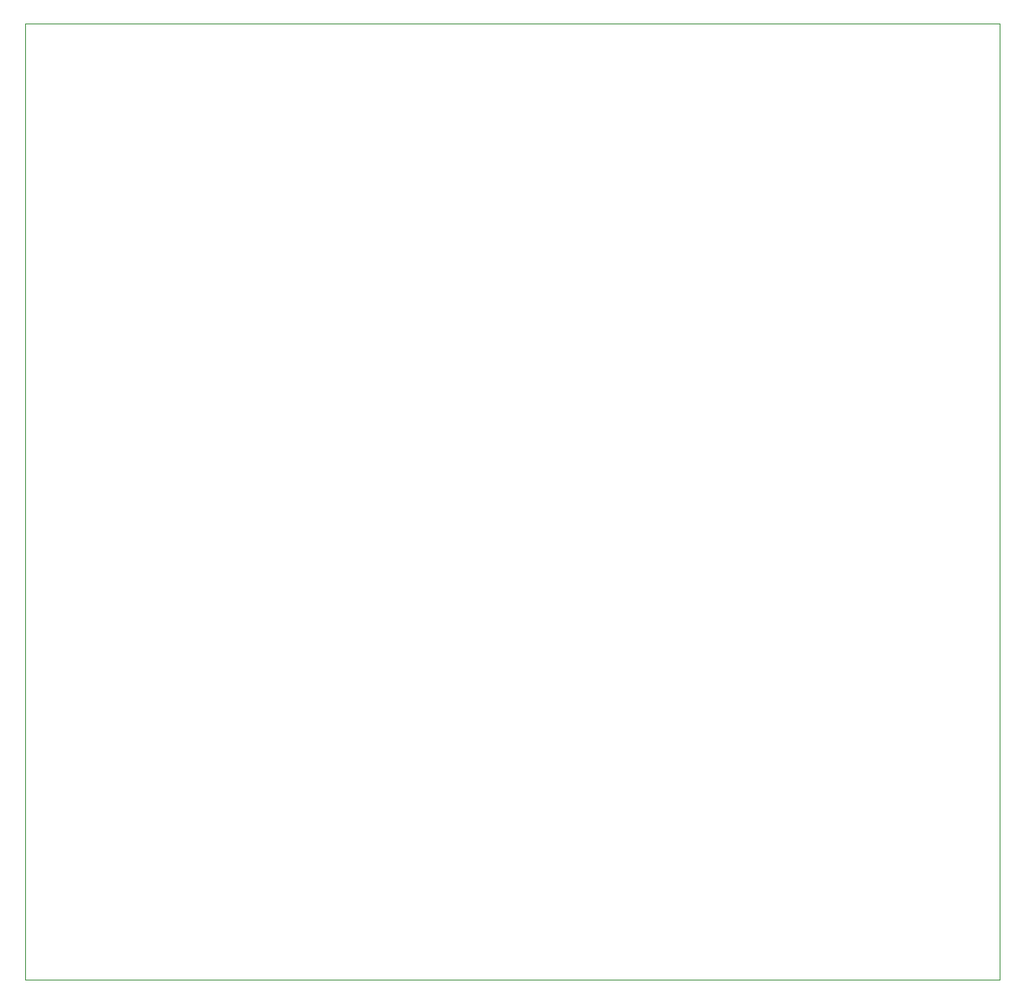
<source format=gbr>
%TF.GenerationSoftware,KiCad,Pcbnew,8.0.5*%
%TF.CreationDate,2024-10-06T22:29:13+02:00*%
%TF.ProjectId,carte_test,63617274-655f-4746-9573-742e6b696361,0*%
%TF.SameCoordinates,Original*%
%TF.FileFunction,Profile,NP*%
%FSLAX46Y46*%
G04 Gerber Fmt 4.6, Leading zero omitted, Abs format (unit mm)*
G04 Created by KiCad (PCBNEW 8.0.5) date 2024-10-06 22:29:13*
%MOMM*%
%LPD*%
G01*
G04 APERTURE LIST*
%TA.AperFunction,Profile*%
%ADD10C,0.100000*%
%TD*%
G04 APERTURE END LIST*
D10*
X196215000Y-37465000D02*
X196215000Y-36195000D01*
X94615000Y-46355000D02*
X94615000Y-53975000D01*
X196215000Y-36195000D02*
X94615000Y-36195000D01*
X196215000Y-135890000D02*
X194945000Y-135890000D01*
X160655000Y-135890000D02*
X192405000Y-135890000D01*
X94615000Y-53975000D02*
X94615000Y-132715000D01*
X94615000Y-132715000D02*
X94615000Y-133985000D01*
X94615000Y-36195000D02*
X94615000Y-46355000D01*
X192405000Y-135890000D02*
X194945000Y-135890000D01*
X196215000Y-37465000D02*
X196215000Y-135890000D01*
X94615000Y-133985000D02*
X94615000Y-135890000D01*
X94615000Y-135890000D02*
X144780000Y-135890000D01*
X144780000Y-135890000D02*
X160655000Y-135890000D01*
M02*

</source>
